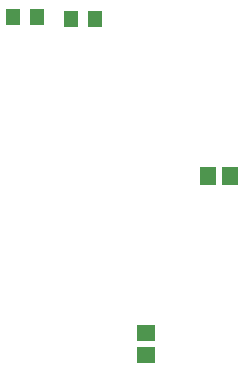
<source format=gbr>
G04*
G04 #@! TF.GenerationSoftware,Altium Limited,Altium Designer,24.2.2 (26)*
G04*
G04 Layer_Color=128*
%FSLAX44Y44*%
%MOMM*%
G71*
G04*
G04 #@! TF.SameCoordinates,251A4116-46B9-4EB5-9C36-AF9AACF17162*
G04*
G04*
G04 #@! TF.FilePolarity,Positive*
G04*
G01*
G75*
%ADD24R,1.2000X1.4500*%
%ADD26R,1.4546X1.5562*%
%ADD28R,1.5562X1.4546*%
D24*
X271940Y739140D02*
D03*
X291940D02*
D03*
X222410Y740410D02*
D03*
X242410D02*
D03*
D26*
X406400Y605790D02*
D03*
X387884D02*
D03*
D28*
X335280Y454660D02*
D03*
Y473176D02*
D03*
M02*

</source>
